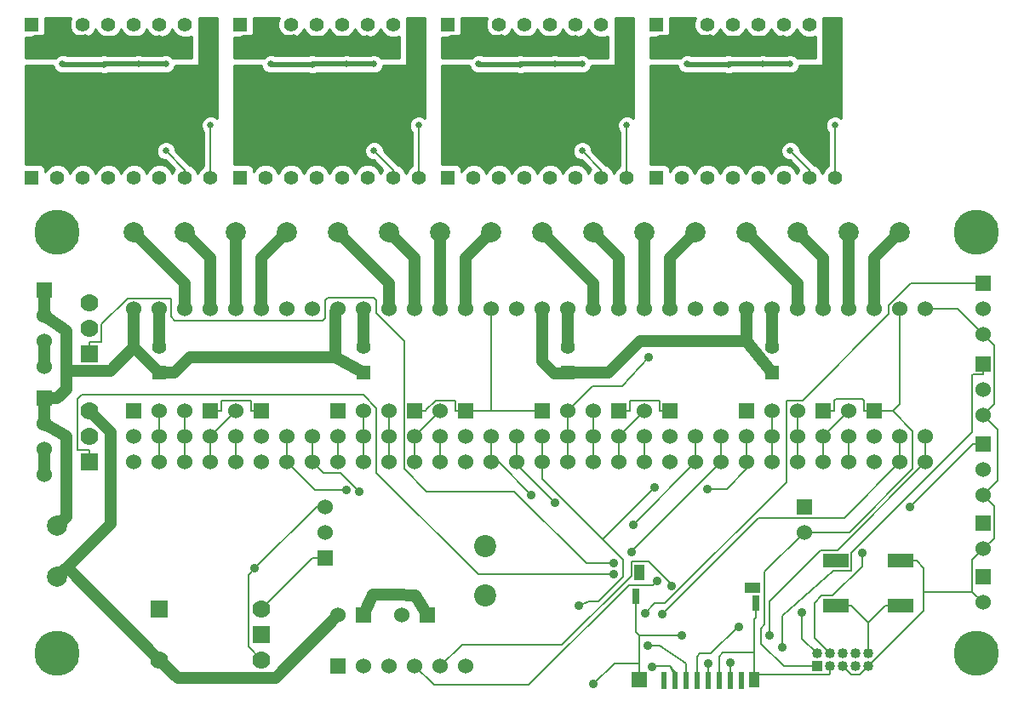
<source format=gbl>
G75*
G70*
%OFA0B0*%
%FSLAX25Y25*%
%IPPOS*%
%LPD*%
%AMOC8*
5,1,8,0,0,1.08239X$1,22.5*
%
%ADD10C,0.05500*%
%ADD11R,0.03940X0.06100*%
%ADD12R,0.06000X0.06000*%
%ADD13C,0.07000*%
%ADD14R,0.03150X0.05910*%
%ADD17C,0.17720*%
%ADD18C,0.04500*%
%ADD20R,0.04330X0.05910*%
%ADD21C,0.08660*%
%ADD22C,0.02500*%
%ADD23C,0.00600*%
%ADD24R,0.05500X0.05500*%
%ADD25C,0.06000*%
%ADD33C,0.01000*%
%ADD34C,0.07870*%
%ADD36R,0.02360X0.06890*%
%ADD40R,0.09840X0.05500*%
%ADD46C,0.03500*%
%ADD48R,0.07000X0.07000*%
%ADD62R,0.05910X0.03940*%
%ADD65R,0.04000X0.04000*%
%ADD71C,0.01900*%
%ADD73R,0.05910X0.05910*%
%ADD79R,0.05710X0.05910*%
%ADD80C,0.00800*%
%ADD88C,0.04000*%
X0010000Y0010000D02*
G01*
D23*
D13*
X0037500Y0152500D03*
X0037500Y0162500D03*
D48*
X0037500Y0142500D03*
D13*
X0037500Y0110000D03*
X0037500Y0120000D03*
D48*
X0037500Y0100000D03*
D12*
X0055000Y0120000D03*
D25*
X0065000Y0120000D03*
D12*
X0085000Y0120000D03*
D25*
X0075000Y0120000D03*
D12*
X0105000Y0120000D03*
D25*
X0095000Y0120000D03*
D12*
X0135000Y0120000D03*
D25*
X0145000Y0120000D03*
D12*
X0165000Y0120000D03*
D25*
X0155000Y0120000D03*
D12*
X0185000Y0120000D03*
D25*
X0175000Y0120000D03*
D12*
X0215000Y0120000D03*
D25*
X0225000Y0120000D03*
D12*
X0245000Y0120000D03*
D25*
X0235000Y0120000D03*
D12*
X0265000Y0120000D03*
D25*
X0255000Y0120000D03*
D12*
X0295000Y0120000D03*
D25*
X0305000Y0120000D03*
D12*
X0345000Y0120000D03*
D25*
X0335000Y0120000D03*
D12*
X0325000Y0120000D03*
D25*
X0315000Y0120000D03*
D12*
X0135000Y0020000D03*
D25*
X0145000Y0020000D03*
X0155000Y0020000D03*
X0165000Y0020000D03*
X0175000Y0020000D03*
X0185000Y0020000D03*
D13*
X0105000Y0042500D03*
D48*
X0105000Y0032500D03*
D13*
X0105000Y0022500D03*
D40*
X0355290Y0061360D03*
X0355290Y0043640D03*
X0329700Y0061360D03*
X0329700Y0043640D03*
D65*
X0322500Y0020000D03*
D88*
X0322500Y0025000D03*
X0327500Y0020000D03*
X0327500Y0025000D03*
X0332500Y0020000D03*
X0332500Y0025000D03*
X0337500Y0020000D03*
X0337500Y0025000D03*
X0342500Y0020000D03*
X0342500Y0025000D03*
D12*
X0317500Y0082500D03*
D25*
X0317500Y0072500D03*
D48*
X0065000Y0042500D03*
D13*
X0065000Y0022500D03*
D21*
X0192500Y0067150D03*
X0192500Y0047850D03*
D34*
X0095000Y0190000D03*
X0115000Y0190000D03*
X0075000Y0190000D03*
X0055000Y0190000D03*
X0175000Y0190000D03*
X0195000Y0190000D03*
X0155000Y0190000D03*
X0135000Y0190000D03*
X0335000Y0190000D03*
X0355000Y0190000D03*
X0315000Y0190000D03*
X0295000Y0190000D03*
X0255000Y0190000D03*
X0275000Y0190000D03*
X0235000Y0190000D03*
X0215000Y0190000D03*
X0025000Y0055000D03*
X0025000Y0075000D03*
D36*
X0292720Y0014450D03*
X0262410Y0014450D03*
X0266740Y0014450D03*
X0271070Y0014450D03*
X0275400Y0014450D03*
X0279730Y0014450D03*
X0284060Y0014450D03*
X0288390Y0014450D03*
D62*
X0297050Y0050670D03*
D11*
X0252960Y0056780D03*
D14*
X0298430Y0044770D03*
X0251380Y0047330D03*
D73*
X0252760Y0014650D03*
D20*
X0297830Y0014850D03*
D12*
X0130000Y0062500D03*
D25*
X0130000Y0072500D03*
X0130000Y0082500D03*
D12*
X0020000Y0167500D03*
D25*
X0020000Y0157500D03*
X0020000Y0147500D03*
X0020000Y0137500D03*
D12*
X0020000Y0125000D03*
D25*
X0020000Y0115000D03*
X0020000Y0105000D03*
X0020000Y0095000D03*
D12*
X0387500Y0107000D03*
D25*
X0387500Y0097000D03*
X0387500Y0087000D03*
D12*
X0387500Y0138500D03*
D25*
X0387500Y0128500D03*
X0387500Y0118500D03*
D12*
X0387500Y0170000D03*
D25*
X0387500Y0160000D03*
X0387500Y0150000D03*
D12*
X0387500Y0076000D03*
D25*
X0387500Y0066000D03*
D12*
X0387500Y0055000D03*
D25*
X0387500Y0045000D03*
D12*
X0145000Y0040000D03*
D25*
X0135000Y0040000D03*
D12*
X0170000Y0040000D03*
D25*
X0160000Y0040000D03*
D17*
X0385000Y0025000D03*
X0385000Y0190000D03*
X0025000Y0190000D03*
X0025000Y0025000D03*
D25*
X0365000Y0100000D03*
X0355000Y0100000D03*
X0345000Y0100000D03*
X0335000Y0100000D03*
X0325000Y0100000D03*
X0315000Y0100000D03*
X0305000Y0100000D03*
X0295000Y0100000D03*
X0295000Y0160000D03*
X0305000Y0160000D03*
X0315000Y0160000D03*
X0325000Y0160000D03*
X0335000Y0160000D03*
X0345000Y0160000D03*
X0355000Y0160000D03*
X0365000Y0160000D03*
X0295000Y0110000D03*
X0305000Y0110000D03*
X0315000Y0110000D03*
X0325000Y0110000D03*
X0335000Y0110000D03*
X0345000Y0110000D03*
X0355000Y0110000D03*
X0365000Y0110000D03*
X0285000Y0100000D03*
X0275000Y0100000D03*
X0265000Y0100000D03*
X0255000Y0100000D03*
X0245000Y0100000D03*
X0235000Y0100000D03*
X0225000Y0100000D03*
X0215000Y0100000D03*
X0215000Y0160000D03*
X0225000Y0160000D03*
X0235000Y0160000D03*
X0245000Y0160000D03*
X0255000Y0160000D03*
X0265000Y0160000D03*
X0275000Y0160000D03*
X0285000Y0160000D03*
X0215000Y0110000D03*
X0225000Y0110000D03*
X0235000Y0110000D03*
X0245000Y0110000D03*
X0255000Y0110000D03*
X0265000Y0110000D03*
X0275000Y0110000D03*
X0285000Y0110000D03*
X0205000Y0100000D03*
X0195000Y0100000D03*
X0185000Y0100000D03*
X0175000Y0100000D03*
X0165000Y0100000D03*
X0155000Y0100000D03*
X0145000Y0100000D03*
X0135000Y0100000D03*
X0135000Y0160000D03*
X0145000Y0160000D03*
X0155000Y0160000D03*
X0165000Y0160000D03*
X0175000Y0160000D03*
X0185000Y0160000D03*
X0195000Y0160000D03*
X0205000Y0160000D03*
X0135000Y0110000D03*
X0145000Y0110000D03*
X0155000Y0110000D03*
X0165000Y0110000D03*
X0175000Y0110000D03*
X0185000Y0110000D03*
X0195000Y0110000D03*
X0205000Y0110000D03*
X0125000Y0100000D03*
X0115000Y0100000D03*
X0105000Y0100000D03*
X0095000Y0100000D03*
X0085000Y0100000D03*
X0075000Y0100000D03*
X0065000Y0100000D03*
X0055000Y0100000D03*
X0055000Y0160000D03*
X0065000Y0160000D03*
X0075000Y0160000D03*
X0085000Y0160000D03*
X0095000Y0160000D03*
X0105000Y0160000D03*
X0115000Y0160000D03*
X0125000Y0160000D03*
X0055000Y0110000D03*
X0065000Y0110000D03*
X0075000Y0110000D03*
X0085000Y0110000D03*
X0095000Y0110000D03*
X0105000Y0110000D03*
X0115000Y0110000D03*
X0125000Y0110000D03*
D24*
X0065000Y0135000D03*
D10*
X0065000Y0145000D03*
D24*
X0145000Y0135000D03*
D10*
X0145000Y0145000D03*
D24*
X0225000Y0135000D03*
D10*
X0225000Y0145000D03*
D24*
X0305000Y0135000D03*
D10*
X0305000Y0145000D03*
D46*
X0102190Y0058290D03*
X0340020Y0064330D03*
X0316630Y0041080D03*
X0303800Y0032200D03*
X0143130Y0088340D03*
X0219760Y0084210D03*
X0249980Y0064610D03*
X0242950Y0056080D03*
X0242830Y0060470D03*
X0235000Y0013100D03*
X0269440Y0032020D03*
X0256500Y0141000D03*
X0257800Y0019900D03*
X0259950Y0053550D03*
X0265530Y0051510D03*
X0288400Y0021400D03*
X0256080Y0028010D03*
X0279700Y0021100D03*
X0261860Y0040360D03*
X0259000Y0090200D03*
X0279600Y0089500D03*
X0229300Y0043800D03*
X0138140Y0089010D03*
X0210600Y0087190D03*
X0250350Y0075350D03*
X0291900Y0035500D03*
X0255330Y0040600D03*
X0309000Y0027300D03*
X0358940Y0082460D03*
D18*
X0055000Y0145000D02*
X0055000Y0160000D01*
X0305000Y0135000D02*
X0295000Y0147500D01*
X0145000Y0135000D02*
X0133960Y0141040D01*
X0028500Y0135910D02*
X0028500Y0128500D01*
X0025000Y0125000D02*
X0020000Y0125000D01*
X0028500Y0128500D02*
X0025000Y0125000D01*
X0076870Y0141040D02*
X0070830Y0135000D01*
X0028500Y0110000D02*
X0028500Y0078500D01*
X0215000Y0160000D02*
X0215000Y0155000D01*
X0215000Y0139400D02*
X0219500Y0134900D01*
X0045910Y0135910D02*
X0055000Y0145000D01*
X0028500Y0135910D02*
X0045910Y0135910D01*
X0028500Y0136500D02*
X0028500Y0135910D01*
X0215000Y0155000D02*
X0215000Y0139400D01*
X0065000Y0135000D02*
X0070830Y0135000D01*
X0020000Y0115000D02*
X0020000Y0125000D01*
X0157160Y0047980D02*
X0148600Y0048000D01*
X0020000Y0115000D02*
X0028500Y0110000D01*
X0028500Y0151420D02*
X0020000Y0157500D01*
X0028500Y0135910D02*
X0028500Y0151420D01*
X0028500Y0078500D02*
X0025000Y0075000D01*
X0165200Y0047900D02*
X0157160Y0047980D01*
X0020000Y0167500D02*
X0020000Y0157500D01*
X0225000Y0135000D02*
X0240830Y0135000D01*
X0295000Y0147500D02*
X0253330Y0147500D01*
X0253330Y0147500D02*
X0240830Y0135000D01*
X0295000Y0147500D02*
X0295000Y0160000D01*
X0133960Y0158960D02*
X0135000Y0160000D01*
X0133960Y0141040D02*
X0133960Y0158960D01*
X0133960Y0141040D02*
X0076870Y0141040D01*
X0170000Y0040000D02*
X0165200Y0047900D01*
X0145000Y0040000D02*
X0148600Y0048000D01*
X0219500Y0134900D02*
X0225000Y0135000D01*
X0020000Y0125000D02*
X0020000Y0125000D01*
X0065000Y0135000D02*
X0055000Y0145000D01*
D80*
X0125000Y0062500D02*
X0105000Y0042500D01*
X0130000Y0062500D02*
X0125000Y0062500D01*
X0130000Y0082500D02*
X0126400Y0082500D01*
X0126400Y0082500D02*
X0102190Y0058290D01*
X0099740Y0027760D02*
X0105000Y0022500D01*
X0102190Y0058290D02*
X0099740Y0055840D01*
X0099740Y0055840D02*
X0099740Y0027760D01*
D18*
X0335000Y0160000D02*
X0335000Y0190000D01*
X0345000Y0180000D02*
X0355000Y0190000D01*
X0345000Y0160000D02*
X0345000Y0180000D01*
X0325000Y0180000D02*
X0315000Y0190000D01*
X0325000Y0160000D02*
X0325000Y0180000D01*
X0315000Y0170000D02*
X0295000Y0190000D01*
X0315000Y0160000D02*
X0315000Y0170000D01*
X0095000Y0160000D02*
X0095000Y0190000D01*
X0105000Y0160000D02*
X0105000Y0180000D01*
X0105000Y0180000D02*
X0115000Y0190000D01*
X0085000Y0180000D02*
X0075000Y0190000D01*
X0085000Y0160000D02*
X0085000Y0180000D01*
X0075000Y0170000D02*
X0055000Y0190000D01*
X0075000Y0160000D02*
X0075000Y0170000D01*
X0175000Y0160000D02*
X0175000Y0190000D01*
X0185000Y0180000D02*
X0195000Y0190000D01*
X0185000Y0160000D02*
X0185000Y0180000D01*
X0165000Y0180000D02*
X0155000Y0190000D01*
X0165000Y0160000D02*
X0165000Y0180000D01*
X0155000Y0170000D02*
X0135000Y0190000D01*
X0155000Y0160000D02*
X0155000Y0170000D01*
X0255000Y0160000D02*
X0255000Y0190000D01*
X0265000Y0160000D02*
X0265000Y0180000D01*
X0265000Y0180000D02*
X0275000Y0190000D01*
X0245000Y0160000D02*
X0245000Y0180000D01*
X0245000Y0180000D02*
X0235000Y0190000D01*
X0235000Y0160000D02*
X0235000Y0170000D01*
X0235000Y0170000D02*
X0215000Y0190000D01*
D80*
X0327500Y0025000D02*
X0321450Y0031050D01*
X0321450Y0031050D02*
X0321450Y0044800D01*
X0324280Y0047630D02*
X0328610Y0047630D01*
X0328610Y0047630D02*
X0340020Y0059040D01*
X0340020Y0059040D02*
X0340020Y0064330D01*
X0321450Y0044800D02*
X0324280Y0047630D01*
X0316630Y0030870D02*
X0316630Y0041080D01*
X0322500Y0025000D02*
X0316630Y0030870D01*
X0342500Y0037000D02*
X0349140Y0043640D01*
X0342500Y0025000D02*
X0342500Y0037000D01*
X0342500Y0037000D02*
X0342490Y0037000D01*
X0329700Y0043640D02*
X0335850Y0043640D01*
X0355290Y0043640D02*
X0349140Y0043640D01*
X0342490Y0037000D02*
X0335850Y0043640D01*
X0365000Y0110000D02*
X0365000Y0100000D01*
X0303730Y0045370D02*
X0303800Y0032200D01*
X0365000Y0100000D02*
X0330400Y0065400D01*
X0330400Y0065400D02*
X0323760Y0065400D01*
X0323760Y0065400D02*
X0303730Y0045370D01*
X0125000Y0100000D02*
X0129240Y0095760D01*
X0129240Y0095760D02*
X0135710Y0095760D01*
X0125000Y0110000D02*
X0125000Y0100000D01*
X0135710Y0095760D02*
X0143130Y0088340D01*
X0205000Y0110000D02*
X0205000Y0100000D01*
X0205000Y0098970D02*
X0219760Y0084210D01*
X0205000Y0100000D02*
X0205000Y0098970D01*
X0285000Y0110000D02*
X0285000Y0100000D01*
X0249980Y0064980D02*
X0249980Y0064610D01*
X0285000Y0100000D02*
X0249980Y0064980D01*
X0242950Y0056080D02*
X0189680Y0056080D01*
X0189680Y0056080D02*
X0150000Y0095760D01*
X0032770Y0104950D02*
X0032990Y0104730D01*
X0032990Y0104730D02*
X0037500Y0104730D01*
X0037500Y0100000D02*
X0037500Y0104730D01*
X0034610Y0126480D02*
X0032770Y0124640D01*
X0144710Y0126480D02*
X0034610Y0126480D01*
X0150000Y0095760D02*
X0150000Y0121190D01*
X0150000Y0121190D02*
X0144710Y0126480D01*
X0032770Y0124640D02*
X0032770Y0104950D01*
X0128950Y0155560D02*
X0070980Y0155560D01*
X0042230Y0147450D02*
X0042010Y0147230D01*
X0042230Y0154050D02*
X0042230Y0147450D01*
X0169470Y0088550D02*
X0160760Y0097260D01*
X0242830Y0060470D02*
X0232040Y0060470D01*
X0149760Y0163420D02*
X0148890Y0164290D01*
X0052420Y0164240D02*
X0042230Y0154050D01*
X0069220Y0164240D02*
X0052420Y0164240D01*
X0160760Y0147420D02*
X0149760Y0158420D01*
X0130690Y0164290D02*
X0129870Y0163470D01*
X0069440Y0157100D02*
X0069440Y0164020D01*
X0148890Y0164290D02*
X0130690Y0164290D01*
X0129870Y0156480D02*
X0128950Y0155560D01*
X0232040Y0060470D02*
X0203960Y0088550D01*
X0160760Y0097260D02*
X0160760Y0147420D01*
X0069440Y0164020D02*
X0069220Y0164240D01*
X0203960Y0088550D02*
X0169470Y0088550D01*
X0042010Y0147230D02*
X0037500Y0147230D01*
X0037500Y0142500D02*
X0037500Y0147230D01*
X0070980Y0155560D02*
X0069440Y0157100D01*
X0129870Y0163470D02*
X0129870Y0156480D01*
X0149760Y0158420D02*
X0149760Y0163420D01*
X0391740Y0145760D02*
X0391740Y0122740D01*
X0339260Y0016760D02*
X0342500Y0020000D01*
X0298430Y0043270D02*
X0298430Y0039090D01*
X0297830Y0025300D02*
X0297830Y0032930D01*
X0335740Y0016760D02*
X0339260Y0016760D01*
X0299860Y0016760D02*
X0297830Y0014850D01*
X0383260Y0049240D02*
X0387500Y0045000D01*
X0355290Y0061360D02*
X0361440Y0061360D01*
X0387500Y0118500D02*
X0393260Y0112740D01*
X0297830Y0038490D02*
X0298430Y0039090D01*
X0393260Y0092760D02*
X0387500Y0087000D01*
X0251380Y0033400D02*
X0252760Y0032020D01*
X0365000Y0160000D02*
X0377500Y0160000D01*
X0342500Y0020000D02*
X0364260Y0041760D01*
X0393260Y0112740D02*
X0393260Y0092760D01*
X0391740Y0082760D02*
X0391740Y0070240D01*
X0252760Y0032020D02*
X0269440Y0032020D01*
X0364260Y0049240D02*
X0383260Y0049240D01*
X0391740Y0122740D02*
X0387500Y0118500D01*
X0364260Y0041760D02*
X0364260Y0049240D01*
X0364260Y0058540D02*
X0361440Y0061360D01*
X0383260Y0061760D02*
X0383260Y0049240D01*
X0298430Y0044770D02*
X0298430Y0039090D01*
X0387500Y0066000D02*
X0383260Y0061760D01*
X0252760Y0013150D02*
X0252760Y0014650D01*
X0252760Y0021200D02*
X0243100Y0021200D01*
X0285600Y0025300D02*
X0297830Y0025300D01*
X0387500Y0150000D02*
X0391740Y0145760D01*
X0332500Y0020000D02*
X0335740Y0016760D01*
X0251380Y0047330D02*
X0251380Y0041650D01*
X0251380Y0041650D02*
X0251380Y0033400D01*
X0297830Y0014850D02*
X0297830Y0025300D01*
X0391740Y0070240D02*
X0387500Y0066000D01*
X0297830Y0032930D02*
X0297830Y0038490D01*
X0297830Y0014850D02*
X0297830Y0016760D01*
X0284060Y0014450D02*
X0284060Y0023760D01*
X0284060Y0023760D02*
X0285600Y0025300D01*
X0327280Y0016760D02*
X0327500Y0016980D01*
X0252760Y0021200D02*
X0252760Y0014650D01*
X0297830Y0014850D02*
X0297950Y0014850D01*
X0252760Y0032020D02*
X0252760Y0021200D01*
X0243100Y0021200D02*
X0235000Y0013100D01*
X0364260Y0049240D02*
X0364260Y0058540D01*
X0327500Y0016980D02*
X0327500Y0020000D01*
X0284060Y0014450D02*
X0284060Y0017630D01*
X0297830Y0016760D02*
X0327280Y0016760D01*
X0387500Y0087000D02*
X0391740Y0082760D01*
X0377500Y0160000D02*
X0387500Y0150000D01*
X0297950Y0014850D02*
X0299860Y0016760D01*
D18*
X0045820Y0111680D02*
X0045820Y0075820D01*
X0065000Y0145000D02*
X0065000Y0160000D01*
X0225000Y0145000D02*
X0225000Y0155000D01*
X0028750Y0058750D02*
X0065000Y0022500D01*
X0110390Y0015390D02*
X0135000Y0040000D01*
X0072110Y0015390D02*
X0110390Y0015390D01*
X0225000Y0155000D02*
X0225000Y0160000D01*
X0305000Y0160000D02*
X0305000Y0160000D01*
X0305000Y0145000D02*
X0305000Y0160000D01*
X0037500Y0120000D02*
X0045820Y0111680D01*
X0145000Y0160000D02*
X0145000Y0160000D01*
X0065000Y0022500D02*
X0072110Y0015390D01*
X0028750Y0058750D02*
X0025000Y0055000D01*
X0145000Y0160000D02*
X0145000Y0145000D01*
X0045820Y0075820D02*
X0028750Y0058750D01*
D80*
X0075000Y0100000D02*
X0075000Y0110000D01*
X0075000Y0110000D02*
X0075000Y0120000D01*
X0065000Y0100000D02*
X0065000Y0110000D01*
X0065000Y0110000D02*
X0065000Y0120000D01*
X0085000Y0110000D02*
X0085000Y0100000D01*
X0085000Y0110000D02*
X0095000Y0120000D01*
X0095000Y0110000D02*
X0095000Y0100000D01*
X0145000Y0110000D02*
X0145000Y0120000D01*
X0145000Y0100000D02*
X0145000Y0110000D01*
X0155000Y0110000D02*
X0155000Y0120000D01*
X0155000Y0100000D02*
X0155000Y0110000D01*
X0175000Y0110000D02*
X0175000Y0100000D01*
X0165000Y0110000D02*
X0165000Y0100000D01*
X0175000Y0120000D02*
X0165000Y0110000D01*
X0315000Y0120000D02*
X0315000Y0110000D01*
X0315000Y0110000D02*
X0315000Y0100000D01*
X0234620Y0129620D02*
X0246150Y0129620D01*
X0225000Y0120000D02*
X0234620Y0129620D01*
X0225000Y0120000D02*
X0225000Y0110000D01*
X0225000Y0110000D02*
X0225000Y0100000D01*
X0246150Y0129620D02*
X0256500Y0141000D01*
X0245000Y0100000D02*
X0245000Y0110000D01*
X0245000Y0110000D02*
X0255000Y0120000D01*
X0255000Y0110000D02*
X0255000Y0100000D01*
X0235000Y0110000D02*
X0235000Y0100000D01*
X0235000Y0120000D02*
X0235000Y0110000D01*
X0335000Y0110000D02*
X0335000Y0100000D01*
X0325000Y0110000D02*
X0335000Y0120000D01*
X0325000Y0110000D02*
X0325000Y0100000D01*
X0305000Y0100000D02*
X0305000Y0110000D01*
X0305000Y0110000D02*
X0305000Y0120000D01*
D18*
X0020000Y0137500D02*
X0020000Y0147500D01*
X0020000Y0095000D02*
X0020000Y0105000D01*
D80*
X0264870Y0019930D02*
X0257790Y0019930D01*
X0266740Y0017630D02*
X0264870Y0019930D01*
X0266740Y0016360D02*
X0264870Y0019930D01*
X0266740Y0014450D02*
X0266740Y0016360D01*
X0257790Y0019930D02*
X0257800Y0019900D01*
X0165000Y0020000D02*
X0172400Y0012600D01*
X0209490Y0012600D02*
X0248690Y0051800D01*
X0248690Y0051800D02*
X0258200Y0051800D01*
X0258200Y0051800D02*
X0259950Y0053550D01*
X0172400Y0012600D02*
X0209490Y0012600D01*
X0175000Y0020000D02*
X0183430Y0028430D01*
X0183430Y0028430D02*
X0222540Y0028430D01*
X0265530Y0052190D02*
X0265530Y0051510D01*
X0256520Y0061200D02*
X0265530Y0052190D01*
X0249990Y0061200D02*
X0256520Y0061200D01*
X0249690Y0060900D02*
X0249990Y0061200D01*
X0249690Y0055580D02*
X0249690Y0060900D01*
X0222540Y0028430D02*
X0249690Y0055580D01*
X0288390Y0017630D02*
X0288390Y0014450D01*
X0288390Y0014450D02*
X0288390Y0017630D01*
X0288390Y0014450D02*
X0288400Y0021400D01*
X0259120Y0028010D02*
X0256080Y0028010D01*
X0271100Y0018400D02*
X0271100Y0021000D01*
X0271070Y0016330D02*
X0271100Y0018400D01*
X0271100Y0021000D02*
X0260990Y0028010D01*
X0271070Y0014450D02*
X0271070Y0016330D01*
X0260990Y0028010D02*
X0259120Y0028010D01*
X0279730Y0014450D02*
X0279730Y0014450D01*
X0279730Y0014450D02*
X0279700Y0021100D01*
X0279730Y0012950D02*
X0279730Y0014450D01*
X0299590Y0078090D02*
X0261860Y0040360D01*
X0355000Y0100000D02*
X0333090Y0078090D01*
X0355000Y0110000D02*
X0355000Y0100000D01*
X0333090Y0078090D02*
X0299590Y0078090D01*
X0236880Y0045580D02*
X0246500Y0055200D01*
X0295000Y0110000D02*
X0295000Y0100000D01*
X0295000Y0097300D02*
X0287200Y0089500D01*
X0233100Y0045600D02*
X0233060Y0045580D01*
X0259000Y0090200D02*
X0238600Y0069800D01*
X0238600Y0069800D02*
X0238600Y0069700D01*
X0135000Y0110000D02*
X0135000Y0100000D01*
X0215000Y0110000D02*
X0215000Y0100000D01*
X0295000Y0100000D02*
X0295000Y0097300D01*
X0227100Y0081200D02*
X0227100Y0081220D01*
X0233060Y0045580D02*
X0229300Y0043800D01*
X0233060Y0045580D02*
X0236880Y0045580D01*
X0215000Y0093320D02*
X0215000Y0100000D01*
X0287200Y0089500D02*
X0279600Y0089500D01*
X0227100Y0081220D02*
X0215000Y0093320D01*
X0246500Y0061800D02*
X0238600Y0069700D01*
X0246500Y0055200D02*
X0246500Y0061800D01*
X0238600Y0069700D02*
X0227100Y0081200D01*
X0115000Y0100000D02*
X0125990Y0089010D01*
X0115000Y0110000D02*
X0115000Y0100000D01*
X0125990Y0089010D02*
X0138140Y0089010D01*
X0195000Y0110000D02*
X0195000Y0100000D01*
X0195000Y0100000D02*
X0197790Y0100000D01*
X0197790Y0100000D02*
X0210600Y0087190D01*
X0275000Y0110000D02*
X0275000Y0100000D01*
X0275000Y0100000D02*
X0250350Y0075350D01*
X0317500Y0072500D02*
X0301960Y0056960D01*
X0100770Y0124010D02*
X0100550Y0124230D01*
X0195000Y0120000D02*
X0185000Y0120000D01*
X0300490Y0034800D02*
X0300490Y0028870D01*
X0301960Y0036270D02*
X0300490Y0034800D01*
X0301960Y0056960D02*
X0301960Y0036270D01*
X0309360Y0020000D02*
X0322500Y0020000D01*
X0300490Y0028870D02*
X0309360Y0020000D01*
X0245000Y0120000D02*
X0249230Y0120000D01*
X0345000Y0120000D02*
X0340770Y0120000D01*
X0165000Y0120000D02*
X0169230Y0120000D01*
X0260550Y0124230D02*
X0260770Y0124010D01*
X0100770Y0120000D02*
X0100770Y0124010D01*
X0325000Y0120000D02*
X0329230Y0120000D01*
X0085000Y0120000D02*
X0089230Y0120000D01*
X0345000Y0120000D02*
X0352120Y0120000D01*
X0275400Y0014450D02*
X0275400Y0017630D01*
X0265000Y0120000D02*
X0260770Y0120000D01*
X0105000Y0120000D02*
X0100770Y0120000D01*
X0249230Y0124010D02*
X0249450Y0124230D01*
X0276450Y0024950D02*
X0276600Y0025100D01*
X0249450Y0124230D02*
X0260550Y0124230D01*
X0169230Y0120000D02*
X0169230Y0120290D01*
X0291500Y0035500D02*
X0291900Y0035500D01*
X0185000Y0120000D02*
X0180770Y0120000D01*
X0275400Y0014450D02*
X0275400Y0023900D01*
X0210770Y0120000D02*
X0195000Y0120000D01*
X0249230Y0120000D02*
X0249230Y0124010D01*
X0195000Y0160000D02*
X0195000Y0120000D01*
X0089230Y0124010D02*
X0089230Y0120000D01*
X0260770Y0124010D02*
X0260770Y0120000D01*
X0276450Y0024950D02*
X0280950Y0024950D01*
X0329950Y0124730D02*
X0340050Y0124730D01*
X0329230Y0120000D02*
X0329230Y0124010D01*
X0215000Y0120000D02*
X0210770Y0120000D01*
X0340770Y0124010D02*
X0340770Y0120000D01*
X0180550Y0124230D02*
X0180770Y0124010D01*
X0280950Y0024950D02*
X0291500Y0035500D01*
X0275400Y0023900D02*
X0276450Y0024950D01*
X0335170Y0072500D02*
X0317500Y0072500D01*
X0355000Y0122880D02*
X0352120Y0120000D01*
X0100550Y0124230D02*
X0089450Y0124230D01*
X0355000Y0160000D02*
X0355000Y0122880D01*
X0089450Y0124230D02*
X0089230Y0124010D01*
X0180770Y0124010D02*
X0180770Y0120000D01*
X0360000Y0097330D02*
X0335170Y0072500D01*
X0340050Y0124730D02*
X0340770Y0124010D01*
X0329230Y0124010D02*
X0329950Y0124730D01*
X0352120Y0120000D02*
X0360000Y0112120D01*
X0169230Y0120290D02*
X0173170Y0124230D01*
X0173170Y0124230D02*
X0180550Y0124230D01*
X0360000Y0112120D02*
X0360000Y0097330D01*
X0310660Y0092000D02*
X0262760Y0044590D01*
X0310660Y0124010D02*
X0310660Y0092000D01*
X0310880Y0124230D02*
X0310660Y0124010D01*
X0350590Y0157920D02*
X0316900Y0124230D01*
X0359010Y0170000D02*
X0350590Y0161580D01*
X0316900Y0124230D02*
X0310880Y0124230D01*
X0350590Y0161580D02*
X0350590Y0157920D01*
X0387500Y0170000D02*
X0359010Y0170000D01*
X0261280Y0044590D02*
X0258720Y0044590D01*
X0258720Y0044590D02*
X0255330Y0040600D01*
X0261390Y0044590D02*
X0261280Y0044590D01*
X0262760Y0044590D02*
X0261390Y0044590D01*
X0335910Y0064430D02*
X0335910Y0057600D01*
X0308950Y0037210D02*
X0309000Y0027300D01*
X0335690Y0057380D02*
X0328720Y0057380D01*
X0387500Y0134270D02*
X0383490Y0134270D01*
X0383490Y0134270D02*
X0383270Y0134050D01*
X0383270Y0134050D02*
X0383270Y0111790D01*
X0383270Y0111790D02*
X0335910Y0064430D01*
X0335910Y0057600D02*
X0335690Y0057380D01*
X0387500Y0138500D02*
X0387500Y0134270D01*
X0308950Y0039710D02*
X0308950Y0037210D01*
X0328720Y0057380D02*
X0308950Y0039710D01*
X0383270Y0107000D02*
X0383270Y0106790D01*
X0383270Y0106790D02*
X0358940Y0082460D01*
X0383270Y0107000D02*
X0387500Y0107000D01*
X0010000Y0206500D02*
G01*
D23*
D24*
X0015000Y0271500D03*
D10*
X0025000Y0271500D03*
X0035000Y0271500D03*
X0045000Y0271500D03*
X0055000Y0271500D03*
X0065000Y0271500D03*
X0075000Y0271500D03*
X0085000Y0271500D03*
D24*
X0015000Y0211500D03*
D10*
X0025000Y0211500D03*
X0035000Y0211500D03*
X0045000Y0211500D03*
X0055000Y0211500D03*
X0065000Y0211500D03*
X0075000Y0211500D03*
X0085000Y0211500D03*
D79*
X0055710Y0236040D03*
X0050000Y0236040D03*
X0044290Y0236040D03*
X0044290Y0241950D03*
X0050000Y0241950D03*
X0055710Y0241950D03*
D22*
X0085000Y0232000D03*
X0067500Y0222000D03*
X0027000Y0256000D03*
X0056700Y0256000D03*
X0043300Y0255900D03*
X0067400Y0256000D03*
X0031000Y0250000D03*
X0041700Y0219100D03*
X0067600Y0250000D03*
X0078600Y0227100D03*
X0014000Y0264000D03*
X0064700Y0266200D03*
X0035900Y0266300D03*
D23*
X0085000Y0232000D02*
X0085000Y0211500D01*
X0075000Y0214500D02*
X0075000Y0211500D01*
X0067500Y0222000D02*
X0075000Y0214500D01*
D71*
X0056700Y0256000D02*
X0043400Y0256000D01*
X0043300Y0255900D02*
X0027100Y0255900D01*
X0056700Y0256000D02*
X0067400Y0256000D01*
X0043400Y0256000D02*
X0043300Y0255900D01*
X0027100Y0255900D02*
X0027000Y0256000D01*
X0035900Y0266300D02*
X0016300Y0266300D01*
X0035900Y0266300D02*
X0036000Y0266200D01*
X0036000Y0266200D02*
X0064700Y0266200D01*
X0016300Y0266300D02*
X0014000Y0264000D01*
D23*
G36*
X0087450Y0234850D02*
X0087130Y0235170D01*
X0085750Y0235750D01*
X0084260Y0235750D01*
X0082880Y0235180D01*
X0081830Y0234130D01*
X0081250Y0232750D01*
X0081250Y0231260D01*
X0081820Y0229880D01*
X0082200Y0229500D01*
X0082200Y0216030D01*
X0082030Y0215950D01*
X0080550Y0214480D01*
X0079990Y0213150D01*
X0079450Y0214470D01*
X0077980Y0215950D01*
X0077080Y0216330D01*
X0076980Y0216480D01*
X0071250Y0222210D01*
X0071250Y0222740D01*
X0070680Y0224120D01*
X0069630Y0225170D01*
X0068250Y0225750D01*
X0066760Y0225750D01*
X0065380Y0225180D01*
X0064330Y0224130D01*
X0063750Y0222750D01*
X0063750Y0221260D01*
X0064320Y0219880D01*
X0065370Y0218830D01*
X0066750Y0218250D01*
X0067290Y0218250D01*
X0070800Y0214740D01*
X0070550Y0214480D01*
X0069990Y0213150D01*
X0069450Y0214470D01*
X0067980Y0215950D01*
X0066050Y0216750D01*
X0063960Y0216750D01*
X0062030Y0215950D01*
X0060550Y0214480D01*
X0059990Y0213150D01*
X0059450Y0214470D01*
X0057980Y0215950D01*
X0056050Y0216750D01*
X0053960Y0216750D01*
X0052030Y0215950D01*
X0050550Y0214480D01*
X0049990Y0213150D01*
X0049450Y0214470D01*
X0047980Y0215950D01*
X0046050Y0216750D01*
X0043960Y0216750D01*
X0042030Y0215950D01*
X0040550Y0214480D01*
X0039990Y0213150D01*
X0039450Y0214470D01*
X0037980Y0215950D01*
X0036050Y0216750D01*
X0033960Y0216750D01*
X0032030Y0215950D01*
X0030550Y0214480D01*
X0029990Y0213150D01*
X0029450Y0214470D01*
X0027980Y0215950D01*
X0026050Y0216750D01*
X0023960Y0216750D01*
X0022030Y0215950D01*
X0020550Y0214480D01*
X0020240Y0213740D01*
X0020240Y0214740D01*
X0019860Y0215660D01*
X0019160Y0216360D01*
X0018250Y0216740D01*
X0017260Y0216740D01*
X0012550Y0216740D01*
X0012550Y0255500D01*
X0023250Y0255500D01*
X0023250Y0255260D01*
X0023820Y0253880D01*
X0024870Y0252830D01*
X0026250Y0252250D01*
X0027740Y0252250D01*
X0028220Y0252450D01*
X0041830Y0252450D01*
X0042550Y0252150D01*
X0044040Y0252150D01*
X0045000Y0252550D01*
X0055230Y0252550D01*
X0055950Y0252250D01*
X0057440Y0252250D01*
X0058160Y0252550D01*
X0065930Y0252550D01*
X0066650Y0252250D01*
X0068140Y0252250D01*
X0069520Y0252820D01*
X0070570Y0253870D01*
X0071150Y0255250D01*
X0071150Y0255500D01*
X0080500Y0255500D01*
X0080500Y0273950D01*
X0087450Y0273950D01*
X0087450Y0234850D01*
X0087450Y0234850D01*
G37*
D33*
X0087450Y0234850D02*
X0087130Y0235170D01*
X0085750Y0235750D01*
X0084260Y0235750D01*
X0082880Y0235180D01*
X0081830Y0234130D01*
X0081250Y0232750D01*
X0081250Y0231260D01*
X0081820Y0229880D01*
X0082200Y0229500D01*
X0082200Y0216030D01*
X0082030Y0215950D01*
X0080550Y0214480D01*
X0079990Y0213150D01*
X0079450Y0214470D01*
X0077980Y0215950D01*
X0077080Y0216330D01*
X0076980Y0216480D01*
X0071250Y0222210D01*
X0071250Y0222740D01*
X0070680Y0224120D01*
X0069630Y0225170D01*
X0068250Y0225750D01*
X0066760Y0225750D01*
X0065380Y0225180D01*
X0064330Y0224130D01*
X0063750Y0222750D01*
X0063750Y0221260D01*
X0064320Y0219880D01*
X0065370Y0218830D01*
X0066750Y0218250D01*
X0067290Y0218250D01*
X0070800Y0214740D01*
X0070550Y0214480D01*
X0069990Y0213150D01*
X0069450Y0214470D01*
X0067980Y0215950D01*
X0066050Y0216750D01*
X0063960Y0216750D01*
X0062030Y0215950D01*
X0060550Y0214480D01*
X0059990Y0213150D01*
X0059450Y0214470D01*
X0057980Y0215950D01*
X0056050Y0216750D01*
X0053960Y0216750D01*
X0052030Y0215950D01*
X0050550Y0214480D01*
X0049990Y0213150D01*
X0049450Y0214470D01*
X0047980Y0215950D01*
X0046050Y0216750D01*
X0043960Y0216750D01*
X0042030Y0215950D01*
X0040550Y0214480D01*
X0039990Y0213150D01*
X0039450Y0214470D01*
X0037980Y0215950D01*
X0036050Y0216750D01*
X0033960Y0216750D01*
X0032030Y0215950D01*
X0030550Y0214480D01*
X0029990Y0213150D01*
X0029450Y0214470D01*
X0027980Y0215950D01*
X0026050Y0216750D01*
X0023960Y0216750D01*
X0022030Y0215950D01*
X0020550Y0214480D01*
X0020240Y0213740D01*
X0020240Y0214740D01*
X0019860Y0215660D01*
X0019160Y0216360D01*
X0018250Y0216740D01*
X0017260Y0216740D01*
X0012550Y0216740D01*
X0012550Y0255500D01*
X0023250Y0255500D01*
X0023250Y0255260D01*
X0023820Y0253880D01*
X0024870Y0252830D01*
X0026250Y0252250D01*
X0027740Y0252250D01*
X0028220Y0252450D01*
X0041830Y0252450D01*
X0042550Y0252150D01*
X0044040Y0252150D01*
X0045000Y0252550D01*
X0055230Y0252550D01*
X0055950Y0252250D01*
X0057440Y0252250D01*
X0058160Y0252550D01*
X0065930Y0252550D01*
X0066650Y0252250D01*
X0068140Y0252250D01*
X0069520Y0252820D01*
X0070570Y0253870D01*
X0071150Y0255250D01*
X0071150Y0255500D01*
X0080500Y0255500D01*
X0080500Y0273950D01*
X0087450Y0273950D01*
X0087450Y0234850D01*
D23*
G36*
X0077500Y0258500D02*
X0070200Y0258500D01*
X0069530Y0259170D01*
X0068150Y0259750D01*
X0066660Y0259750D01*
X0065930Y0259450D01*
X0058160Y0259450D01*
X0057450Y0259750D01*
X0055960Y0259750D01*
X0055230Y0259450D01*
X0044520Y0259450D01*
X0044050Y0259650D01*
X0042560Y0259650D01*
X0041830Y0259350D01*
X0028700Y0259350D01*
X0027750Y0259750D01*
X0026260Y0259750D01*
X0024880Y0259180D01*
X0024200Y0258500D01*
X0012550Y0258500D01*
X0012550Y0266260D01*
X0012740Y0266260D01*
X0018240Y0266260D01*
X0019160Y0266640D01*
X0019860Y0267340D01*
X0020240Y0268250D01*
X0020240Y0269240D01*
X0020240Y0273950D01*
X0030330Y0273950D01*
X0029750Y0272550D01*
X0029750Y0270460D01*
X0030550Y0268530D01*
X0032020Y0267050D01*
X0033950Y0266250D01*
X0036040Y0266250D01*
X0037970Y0267050D01*
X0039450Y0268520D01*
X0040000Y0269860D01*
X0040550Y0268530D01*
X0042020Y0267050D01*
X0043950Y0266250D01*
X0046040Y0266250D01*
X0047970Y0267050D01*
X0049450Y0268520D01*
X0050000Y0269860D01*
X0050550Y0268530D01*
X0052020Y0267050D01*
X0053950Y0266250D01*
X0056040Y0266250D01*
X0057970Y0267050D01*
X0059450Y0268520D01*
X0060000Y0269860D01*
X0060550Y0268530D01*
X0062020Y0267050D01*
X0063950Y0266250D01*
X0066040Y0266250D01*
X0067970Y0267050D01*
X0069450Y0268520D01*
X0070000Y0269860D01*
X0070550Y0268530D01*
X0072020Y0267050D01*
X0073950Y0266250D01*
X0076040Y0266250D01*
X0077500Y0266860D01*
X0077500Y0258500D01*
X0077500Y0258500D01*
G37*
D33*
X0077500Y0258500D02*
X0070200Y0258500D01*
X0069530Y0259170D01*
X0068150Y0259750D01*
X0066660Y0259750D01*
X0065930Y0259450D01*
X0058160Y0259450D01*
X0057450Y0259750D01*
X0055960Y0259750D01*
X0055230Y0259450D01*
X0044520Y0259450D01*
X0044050Y0259650D01*
X0042560Y0259650D01*
X0041830Y0259350D01*
X0028700Y0259350D01*
X0027750Y0259750D01*
X0026260Y0259750D01*
X0024880Y0259180D01*
X0024200Y0258500D01*
X0012550Y0258500D01*
X0012550Y0266260D01*
X0012740Y0266260D01*
X0018240Y0266260D01*
X0019160Y0266640D01*
X0019860Y0267340D01*
X0020240Y0268250D01*
X0020240Y0269240D01*
X0020240Y0273950D01*
X0030330Y0273950D01*
X0029750Y0272550D01*
X0029750Y0270460D01*
X0030550Y0268530D01*
X0032020Y0267050D01*
X0033950Y0266250D01*
X0036040Y0266250D01*
X0037970Y0267050D01*
X0039450Y0268520D01*
X0040000Y0269860D01*
X0040550Y0268530D01*
X0042020Y0267050D01*
X0043950Y0266250D01*
X0046040Y0266250D01*
X0047970Y0267050D01*
X0049450Y0268520D01*
X0050000Y0269860D01*
X0050550Y0268530D01*
X0052020Y0267050D01*
X0053950Y0266250D01*
X0056040Y0266250D01*
X0057970Y0267050D01*
X0059450Y0268520D01*
X0060000Y0269860D01*
X0060550Y0268530D01*
X0062020Y0267050D01*
X0063950Y0266250D01*
X0066040Y0266250D01*
X0067970Y0267050D01*
X0069450Y0268520D01*
X0070000Y0269860D01*
X0070550Y0268530D01*
X0072020Y0267050D01*
X0073950Y0266250D01*
X0076040Y0266250D01*
X0077500Y0266860D01*
X0077500Y0258500D01*
X0091500Y0206500D02*
G01*
D23*
D24*
X0096500Y0271500D03*
D10*
X0106500Y0271500D03*
X0116500Y0271500D03*
X0126500Y0271500D03*
X0136500Y0271500D03*
X0146500Y0271500D03*
X0156500Y0271500D03*
X0166500Y0271500D03*
D24*
X0096500Y0211500D03*
D10*
X0106500Y0211500D03*
X0116500Y0211500D03*
X0126500Y0211500D03*
X0136500Y0211500D03*
X0146500Y0211500D03*
X0156500Y0211500D03*
X0166500Y0211500D03*
D79*
X0137210Y0236040D03*
X0131500Y0236040D03*
X0125790Y0236040D03*
X0125790Y0241950D03*
X0131500Y0241950D03*
X0137210Y0241950D03*
D22*
X0166500Y0232000D03*
X0149000Y0222000D03*
X0108500Y0256000D03*
X0138200Y0256000D03*
X0124800Y0255900D03*
X0148900Y0256000D03*
X0112500Y0250000D03*
X0123200Y0219100D03*
X0149100Y0250000D03*
X0160100Y0227100D03*
X0095500Y0264000D03*
X0146200Y0266200D03*
X0117400Y0266300D03*
D23*
X0166500Y0232000D02*
X0166500Y0211500D01*
X0156500Y0214500D02*
X0156500Y0211500D01*
X0149000Y0222000D02*
X0156500Y0214500D01*
D71*
X0138200Y0256000D02*
X0124900Y0256000D01*
X0124800Y0255900D02*
X0108600Y0255900D01*
X0138200Y0256000D02*
X0148900Y0256000D01*
X0124900Y0256000D02*
X0124800Y0255900D01*
X0108600Y0255900D02*
X0108500Y0256000D01*
X0117400Y0266300D02*
X0097800Y0266300D01*
X0117400Y0266300D02*
X0117500Y0266200D01*
X0117500Y0266200D02*
X0146200Y0266200D01*
X0097800Y0266300D02*
X0095500Y0264000D01*
D23*
G36*
X0168950Y0234850D02*
X0168630Y0235170D01*
X0167250Y0235750D01*
X0165760Y0235750D01*
X0164380Y0235180D01*
X0163330Y0234130D01*
X0162750Y0232750D01*
X0162750Y0231260D01*
X0163320Y0229880D01*
X0163700Y0229500D01*
X0163700Y0216030D01*
X0163530Y0215950D01*
X0162050Y0214480D01*
X0161490Y0213150D01*
X0160950Y0214470D01*
X0159480Y0215950D01*
X0158580Y0216330D01*
X0158480Y0216480D01*
X0152750Y0222210D01*
X0152750Y0222740D01*
X0152180Y0224120D01*
X0151130Y0225170D01*
X0149750Y0225750D01*
X0148260Y0225750D01*
X0146880Y0225180D01*
X0145830Y0224130D01*
X0145250Y0222750D01*
X0145250Y0221260D01*
X0145820Y0219880D01*
X0146870Y0218830D01*
X0148250Y0218250D01*
X0148790Y0218250D01*
X0152300Y0214740D01*
X0152050Y0214480D01*
X0151490Y0213150D01*
X0150950Y0214470D01*
X0149480Y0215950D01*
X0147550Y0216750D01*
X0145460Y0216750D01*
X0143530Y0215950D01*
X0142050Y0214480D01*
X0141490Y0213150D01*
X0140950Y0214470D01*
X0139480Y0215950D01*
X0137550Y0216750D01*
X0135460Y0216750D01*
X0133530Y0215950D01*
X0132050Y0214480D01*
X0131490Y0213150D01*
X0130950Y0214470D01*
X0129480Y0215950D01*
X0127550Y0216750D01*
X0125460Y0216750D01*
X0123530Y0215950D01*
X0122050Y0214480D01*
X0121490Y0213150D01*
X0120950Y0214470D01*
X0119480Y0215950D01*
X0117550Y0216750D01*
X0115460Y0216750D01*
X0113530Y0215950D01*
X0112050Y0214480D01*
X0111490Y0213150D01*
X0110950Y0214470D01*
X0109480Y0215950D01*
X0107550Y0216750D01*
X0105460Y0216750D01*
X0103530Y0215950D01*
X0102050Y0214480D01*
X0101740Y0213740D01*
X0101740Y0214740D01*
X0101360Y0215660D01*
X0100660Y0216360D01*
X0099750Y0216740D01*
X0098760Y0216740D01*
X0094050Y0216740D01*
X0094050Y0255500D01*
X0104750Y0255500D01*
X0104750Y0255260D01*
X0105320Y0253880D01*
X0106370Y0252830D01*
X0107750Y0252250D01*
X0109240Y0252250D01*
X0109720Y0252450D01*
X0123330Y0252450D01*
X0124050Y0252150D01*
X0125540Y0252150D01*
X0126500Y0252550D01*
X0136730Y0252550D01*
X0137450Y0252250D01*
X0138940Y0252250D01*
X0139660Y0252550D01*
X0147430Y0252550D01*
X0148150Y0252250D01*
X0149640Y0252250D01*
X0151020Y0252820D01*
X0152070Y0253870D01*
X0152650Y0255250D01*
X0152650Y0255500D01*
X0162000Y0255500D01*
X0162000Y0273950D01*
X0168950Y0273950D01*
X0168950Y0234850D01*
X0168950Y0234850D01*
G37*
D33*
X0168950Y0234850D02*
X0168630Y0235170D01*
X0167250Y0235750D01*
X0165760Y0235750D01*
X0164380Y0235180D01*
X0163330Y0234130D01*
X0162750Y0232750D01*
X0162750Y0231260D01*
X0163320Y0229880D01*
X0163700Y0229500D01*
X0163700Y0216030D01*
X0163530Y0215950D01*
X0162050Y0214480D01*
X0161490Y0213150D01*
X0160950Y0214470D01*
X0159480Y0215950D01*
X0158580Y0216330D01*
X0158480Y0216480D01*
X0152750Y0222210D01*
X0152750Y0222740D01*
X0152180Y0224120D01*
X0151130Y0225170D01*
X0149750Y0225750D01*
X0148260Y0225750D01*
X0146880Y0225180D01*
X0145830Y0224130D01*
X0145250Y0222750D01*
X0145250Y0221260D01*
X0145820Y0219880D01*
X0146870Y0218830D01*
X0148250Y0218250D01*
X0148790Y0218250D01*
X0152300Y0214740D01*
X0152050Y0214480D01*
X0151490Y0213150D01*
X0150950Y0214470D01*
X0149480Y0215950D01*
X0147550Y0216750D01*
X0145460Y0216750D01*
X0143530Y0215950D01*
X0142050Y0214480D01*
X0141490Y0213150D01*
X0140950Y0214470D01*
X0139480Y0215950D01*
X0137550Y0216750D01*
X0135460Y0216750D01*
X0133530Y0215950D01*
X0132050Y0214480D01*
X0131490Y0213150D01*
X0130950Y0214470D01*
X0129480Y0215950D01*
X0127550Y0216750D01*
X0125460Y0216750D01*
X0123530Y0215950D01*
X0122050Y0214480D01*
X0121490Y0213150D01*
X0120950Y0214470D01*
X0119480Y0215950D01*
X0117550Y0216750D01*
X0115460Y0216750D01*
X0113530Y0215950D01*
X0112050Y0214480D01*
X0111490Y0213150D01*
X0110950Y0214470D01*
X0109480Y0215950D01*
X0107550Y0216750D01*
X0105460Y0216750D01*
X0103530Y0215950D01*
X0102050Y0214480D01*
X0101740Y0213740D01*
X0101740Y0214740D01*
X0101360Y0215660D01*
X0100660Y0216360D01*
X0099750Y0216740D01*
X0098760Y0216740D01*
X0094050Y0216740D01*
X0094050Y0255500D01*
X0104750Y0255500D01*
X0104750Y0255260D01*
X0105320Y0253880D01*
X0106370Y0252830D01*
X0107750Y0252250D01*
X0109240Y0252250D01*
X0109720Y0252450D01*
X0123330Y0252450D01*
X0124050Y0252150D01*
X0125540Y0252150D01*
X0126500Y0252550D01*
X0136730Y0252550D01*
X0137450Y0252250D01*
X0138940Y0252250D01*
X0139660Y0252550D01*
X0147430Y0252550D01*
X0148150Y0252250D01*
X0149640Y0252250D01*
X0151020Y0252820D01*
X0152070Y0253870D01*
X0152650Y0255250D01*
X0152650Y0255500D01*
X0162000Y0255500D01*
X0162000Y0273950D01*
X0168950Y0273950D01*
X0168950Y0234850D01*
D23*
G36*
X0159000Y0258500D02*
X0151700Y0258500D01*
X0151030Y0259170D01*
X0149650Y0259750D01*
X0148160Y0259750D01*
X0147430Y0259450D01*
X0139660Y0259450D01*
X0138950Y0259750D01*
X0137460Y0259750D01*
X0136730Y0259450D01*
X0126020Y0259450D01*
X0125550Y0259650D01*
X0124060Y0259650D01*
X0123330Y0259350D01*
X0110200Y0259350D01*
X0109250Y0259750D01*
X0107760Y0259750D01*
X0106380Y0259180D01*
X0105700Y0258500D01*
X0094050Y0258500D01*
X0094050Y0266260D01*
X0094240Y0266260D01*
X0099740Y0266260D01*
X0100660Y0266640D01*
X0101360Y0267340D01*
X0101740Y0268250D01*
X0101740Y0269240D01*
X0101740Y0273950D01*
X0111830Y0273950D01*
X0111250Y0272550D01*
X0111250Y0270460D01*
X0112050Y0268530D01*
X0113520Y0267050D01*
X0115450Y0266250D01*
X0117540Y0266250D01*
X0119470Y0267050D01*
X0120950Y0268520D01*
X0121500Y0269860D01*
X0122050Y0268530D01*
X0123520Y0267050D01*
X0125450Y0266250D01*
X0127540Y0266250D01*
X0129470Y0267050D01*
X0130950Y0268520D01*
X0131500Y0269860D01*
X0132050Y0268530D01*
X0133520Y0267050D01*
X0135450Y0266250D01*
X0137540Y0266250D01*
X0139470Y0267050D01*
X0140950Y0268520D01*
X0141500Y0269860D01*
X0142050Y0268530D01*
X0143520Y0267050D01*
X0145450Y0266250D01*
X0147540Y0266250D01*
X0149470Y0267050D01*
X0150950Y0268520D01*
X0151500Y0269860D01*
X0152050Y0268530D01*
X0153520Y0267050D01*
X0155450Y0266250D01*
X0157540Y0266250D01*
X0159000Y0266860D01*
X0159000Y0258500D01*
X0159000Y0258500D01*
G37*
D33*
X0159000Y0258500D02*
X0151700Y0258500D01*
X0151030Y0259170D01*
X0149650Y0259750D01*
X0148160Y0259750D01*
X0147430Y0259450D01*
X0139660Y0259450D01*
X0138950Y0259750D01*
X0137460Y0259750D01*
X0136730Y0259450D01*
X0126020Y0259450D01*
X0125550Y0259650D01*
X0124060Y0259650D01*
X0123330Y0259350D01*
X0110200Y0259350D01*
X0109250Y0259750D01*
X0107760Y0259750D01*
X0106380Y0259180D01*
X0105700Y0258500D01*
X0094050Y0258500D01*
X0094050Y0266260D01*
X0094240Y0266260D01*
X0099740Y0266260D01*
X0100660Y0266640D01*
X0101360Y0267340D01*
X0101740Y0268250D01*
X0101740Y0269240D01*
X0101740Y0273950D01*
X0111830Y0273950D01*
X0111250Y0272550D01*
X0111250Y0270460D01*
X0112050Y0268530D01*
X0113520Y0267050D01*
X0115450Y0266250D01*
X0117540Y0266250D01*
X0119470Y0267050D01*
X0120950Y0268520D01*
X0121500Y0269860D01*
X0122050Y0268530D01*
X0123520Y0267050D01*
X0125450Y0266250D01*
X0127540Y0266250D01*
X0129470Y0267050D01*
X0130950Y0268520D01*
X0131500Y0269860D01*
X0132050Y0268530D01*
X0133520Y0267050D01*
X0135450Y0266250D01*
X0137540Y0266250D01*
X0139470Y0267050D01*
X0140950Y0268520D01*
X0141500Y0269860D01*
X0142050Y0268530D01*
X0143520Y0267050D01*
X0145450Y0266250D01*
X0147540Y0266250D01*
X0149470Y0267050D01*
X0150950Y0268520D01*
X0151500Y0269860D01*
X0152050Y0268530D01*
X0153520Y0267050D01*
X0155450Y0266250D01*
X0157540Y0266250D01*
X0159000Y0266860D01*
X0159000Y0258500D01*
X0173000Y0206500D02*
G01*
D23*
D24*
X0178000Y0271500D03*
D10*
X0188000Y0271500D03*
X0198000Y0271500D03*
X0208000Y0271500D03*
X0218000Y0271500D03*
X0228000Y0271500D03*
X0238000Y0271500D03*
X0248000Y0271500D03*
D24*
X0178000Y0211500D03*
D10*
X0188000Y0211500D03*
X0198000Y0211500D03*
X0208000Y0211500D03*
X0218000Y0211500D03*
X0228000Y0211500D03*
X0238000Y0211500D03*
X0248000Y0211500D03*
D79*
X0218710Y0236040D03*
X0213000Y0236040D03*
X0207290Y0236040D03*
X0207290Y0241950D03*
X0213000Y0241950D03*
X0218710Y0241950D03*
D22*
X0248000Y0232000D03*
X0230500Y0222000D03*
X0190000Y0256000D03*
X0219700Y0256000D03*
X0206300Y0255900D03*
X0230400Y0256000D03*
X0194000Y0250000D03*
X0204700Y0219100D03*
X0230600Y0250000D03*
X0241600Y0227100D03*
X0177000Y0264000D03*
X0227700Y0266200D03*
X0198900Y0266300D03*
D23*
X0248000Y0232000D02*
X0248000Y0211500D01*
X0238000Y0214500D02*
X0238000Y0211500D01*
X0230500Y0222000D02*
X0238000Y0214500D01*
D71*
X0219700Y0256000D02*
X0206400Y0256000D01*
X0206300Y0255900D02*
X0190100Y0255900D01*
X0219700Y0256000D02*
X0230400Y0256000D01*
X0206400Y0256000D02*
X0206300Y0255900D01*
X0190100Y0255900D02*
X0190000Y0256000D01*
X0198900Y0266300D02*
X0179300Y0266300D01*
X0198900Y0266300D02*
X0199000Y0266200D01*
X0199000Y0266200D02*
X0227700Y0266200D01*
X0179300Y0266300D02*
X0177000Y0264000D01*
D23*
G36*
X0250450Y0234850D02*
X0250130Y0235170D01*
X0248750Y0235750D01*
X0247260Y0235750D01*
X0245880Y0235180D01*
X0244830Y0234130D01*
X0244250Y0232750D01*
X0244250Y0231260D01*
X0244820Y0229880D01*
X0245200Y0229500D01*
X0245200Y0216030D01*
X0245030Y0215950D01*
X0243550Y0214480D01*
X0242990Y0213150D01*
X0242450Y0214470D01*
X0240980Y0215950D01*
X0240080Y0216330D01*
X0239980Y0216480D01*
X0234250Y0222210D01*
X0234250Y0222740D01*
X0233680Y0224120D01*
X0232630Y0225170D01*
X0231250Y0225750D01*
X0229760Y0225750D01*
X0228380Y0225180D01*
X0227330Y0224130D01*
X0226750Y0222750D01*
X0226750Y0221260D01*
X0227320Y0219880D01*
X0228370Y0218830D01*
X0229750Y0218250D01*
X0230290Y0218250D01*
X0233800Y0214740D01*
X0233550Y0214480D01*
X0232990Y0213150D01*
X0232450Y0214470D01*
X0230980Y0215950D01*
X0229050Y0216750D01*
X0226960Y0216750D01*
X0225030Y0215950D01*
X0223550Y0214480D01*
X0222990Y0213150D01*
X0222450Y0214470D01*
X0220980Y0215950D01*
X0219050Y0216750D01*
X0216960Y0216750D01*
X0215030Y0215950D01*
X0213550Y0214480D01*
X0212990Y0213150D01*
X0212450Y0214470D01*
X0210980Y0215950D01*
X0209050Y0216750D01*
X0206960Y0216750D01*
X0205030Y0215950D01*
X0203550Y0214480D01*
X0202990Y0213150D01*
X0202450Y0214470D01*
X0200980Y0215950D01*
X0199050Y0216750D01*
X0196960Y0216750D01*
X0195030Y0215950D01*
X0193550Y0214480D01*
X0192990Y0213150D01*
X0192450Y0214470D01*
X0190980Y0215950D01*
X0189050Y0216750D01*
X0186960Y0216750D01*
X0185030Y0215950D01*
X0183550Y0214480D01*
X0183240Y0213740D01*
X0183240Y0214740D01*
X0182860Y0215660D01*
X0182160Y0216360D01*
X0181250Y0216740D01*
X0180260Y0216740D01*
X0175550Y0216740D01*
X0175550Y0255500D01*
X0186250Y0255500D01*
X0186250Y0255260D01*
X0186820Y0253880D01*
X0187870Y0252830D01*
X0189250Y0252250D01*
X0190740Y0252250D01*
X0191220Y0252450D01*
X0204830Y0252450D01*
X0205550Y0252150D01*
X0207040Y0252150D01*
X0208000Y0252550D01*
X0218230Y0252550D01*
X0218950Y0252250D01*
X0220440Y0252250D01*
X0221160Y0252550D01*
X0228930Y0252550D01*
X0229650Y0252250D01*
X0231140Y0252250D01*
X0232520Y0252820D01*
X0233570Y0253870D01*
X0234150Y0255250D01*
X0234150Y0255500D01*
X0243500Y0255500D01*
X0243500Y0273950D01*
X0250450Y0273950D01*
X0250450Y0234850D01*
X0250450Y0234850D01*
G37*
D33*
X0250450Y0234850D02*
X0250130Y0235170D01*
X0248750Y0235750D01*
X0247260Y0235750D01*
X0245880Y0235180D01*
X0244830Y0234130D01*
X0244250Y0232750D01*
X0244250Y0231260D01*
X0244820Y0229880D01*
X0245200Y0229500D01*
X0245200Y0216030D01*
X0245030Y0215950D01*
X0243550Y0214480D01*
X0242990Y0213150D01*
X0242450Y0214470D01*
X0240980Y0215950D01*
X0240080Y0216330D01*
X0239980Y0216480D01*
X0234250Y0222210D01*
X0234250Y0222740D01*
X0233680Y0224120D01*
X0232630Y0225170D01*
X0231250Y0225750D01*
X0229760Y0225750D01*
X0228380Y0225180D01*
X0227330Y0224130D01*
X0226750Y0222750D01*
X0226750Y0221260D01*
X0227320Y0219880D01*
X0228370Y0218830D01*
X0229750Y0218250D01*
X0230290Y0218250D01*
X0233800Y0214740D01*
X0233550Y0214480D01*
X0232990Y0213150D01*
X0232450Y0214470D01*
X0230980Y0215950D01*
X0229050Y0216750D01*
X0226960Y0216750D01*
X0225030Y0215950D01*
X0223550Y0214480D01*
X0222990Y0213150D01*
X0222450Y0214470D01*
X0220980Y0215950D01*
X0219050Y0216750D01*
X0216960Y0216750D01*
X0215030Y0215950D01*
X0213550Y0214480D01*
X0212990Y0213150D01*
X0212450Y0214470D01*
X0210980Y0215950D01*
X0209050Y0216750D01*
X0206960Y0216750D01*
X0205030Y0215950D01*
X0203550Y0214480D01*
X0202990Y0213150D01*
X0202450Y0214470D01*
X0200980Y0215950D01*
X0199050Y0216750D01*
X0196960Y0216750D01*
X0195030Y0215950D01*
X0193550Y0214480D01*
X0192990Y0213150D01*
X0192450Y0214470D01*
X0190980Y0215950D01*
X0189050Y0216750D01*
X0186960Y0216750D01*
X0185030Y0215950D01*
X0183550Y0214480D01*
X0183240Y0213740D01*
X0183240Y0214740D01*
X0182860Y0215660D01*
X0182160Y0216360D01*
X0181250Y0216740D01*
X0180260Y0216740D01*
X0175550Y0216740D01*
X0175550Y0255500D01*
X0186250Y0255500D01*
X0186250Y0255260D01*
X0186820Y0253880D01*
X0187870Y0252830D01*
X0189250Y0252250D01*
X0190740Y0252250D01*
X0191220Y0252450D01*
X0204830Y0252450D01*
X0205550Y0252150D01*
X0207040Y0252150D01*
X0208000Y0252550D01*
X0218230Y0252550D01*
X0218950Y0252250D01*
X0220440Y0252250D01*
X0221160Y0252550D01*
X0228930Y0252550D01*
X0229650Y0252250D01*
X0231140Y0252250D01*
X0232520Y0252820D01*
X0233570Y0253870D01*
X0234150Y0255250D01*
X0234150Y0255500D01*
X0243500Y0255500D01*
X0243500Y0273950D01*
X0250450Y0273950D01*
X0250450Y0234850D01*
D23*
G36*
X0240500Y0258500D02*
X0233200Y0258500D01*
X0232530Y0259170D01*
X0231150Y0259750D01*
X0229660Y0259750D01*
X0228930Y0259450D01*
X0221160Y0259450D01*
X0220450Y0259750D01*
X0218960Y0259750D01*
X0218230Y0259450D01*
X0207520Y0259450D01*
X0207050Y0259650D01*
X0205560Y0259650D01*
X0204830Y0259350D01*
X0191700Y0259350D01*
X0190750Y0259750D01*
X0189260Y0259750D01*
X0187880Y0259180D01*
X0187200Y0258500D01*
X0175550Y0258500D01*
X0175550Y0266260D01*
X0175740Y0266260D01*
X0181240Y0266260D01*
X0182160Y0266640D01*
X0182860Y0267340D01*
X0183240Y0268250D01*
X0183240Y0269240D01*
X0183240Y0273950D01*
X0193330Y0273950D01*
X0192750Y0272550D01*
X0192750Y0270460D01*
X0193550Y0268530D01*
X0195020Y0267050D01*
X0196950Y0266250D01*
X0199040Y0266250D01*
X0200970Y0267050D01*
X0202450Y0268520D01*
X0203000Y0269860D01*
X0203550Y0268530D01*
X0205020Y0267050D01*
X0206950Y0266250D01*
X0209040Y0266250D01*
X0210970Y0267050D01*
X0212450Y0268520D01*
X0213000Y0269860D01*
X0213550Y0268530D01*
X0215020Y0267050D01*
X0216950Y0266250D01*
X0219040Y0266250D01*
X0220970Y0267050D01*
X0222450Y0268520D01*
X0223000Y0269860D01*
X0223550Y0268530D01*
X0225020Y0267050D01*
X0226950Y0266250D01*
X0229040Y0266250D01*
X0230970Y0267050D01*
X0232450Y0268520D01*
X0233000Y0269860D01*
X0233550Y0268530D01*
X0235020Y0267050D01*
X0236950Y0266250D01*
X0239040Y0266250D01*
X0240500Y0266860D01*
X0240500Y0258500D01*
X0240500Y0258500D01*
G37*
D33*
X0240500Y0258500D02*
X0233200Y0258500D01*
X0232530Y0259170D01*
X0231150Y0259750D01*
X0229660Y0259750D01*
X0228930Y0259450D01*
X0221160Y0259450D01*
X0220450Y0259750D01*
X0218960Y0259750D01*
X0218230Y0259450D01*
X0207520Y0259450D01*
X0207050Y0259650D01*
X0205560Y0259650D01*
X0204830Y0259350D01*
X0191700Y0259350D01*
X0190750Y0259750D01*
X0189260Y0259750D01*
X0187880Y0259180D01*
X0187200Y0258500D01*
X0175550Y0258500D01*
X0175550Y0266260D01*
X0175740Y0266260D01*
X0181240Y0266260D01*
X0182160Y0266640D01*
X0182860Y0267340D01*
X0183240Y0268250D01*
X0183240Y0269240D01*
X0183240Y0273950D01*
X0193330Y0273950D01*
X0192750Y0272550D01*
X0192750Y0270460D01*
X0193550Y0268530D01*
X0195020Y0267050D01*
X0196950Y0266250D01*
X0199040Y0266250D01*
X0200970Y0267050D01*
X0202450Y0268520D01*
X0203000Y0269860D01*
X0203550Y0268530D01*
X0205020Y0267050D01*
X0206950Y0266250D01*
X0209040Y0266250D01*
X0210970Y0267050D01*
X0212450Y0268520D01*
X0213000Y0269860D01*
X0213550Y0268530D01*
X0215020Y0267050D01*
X0216950Y0266250D01*
X0219040Y0266250D01*
X0220970Y0267050D01*
X0222450Y0268520D01*
X0223000Y0269860D01*
X0223550Y0268530D01*
X0225020Y0267050D01*
X0226950Y0266250D01*
X0229040Y0266250D01*
X0230970Y0267050D01*
X0232450Y0268520D01*
X0233000Y0269860D01*
X0233550Y0268530D01*
X0235020Y0267050D01*
X0236950Y0266250D01*
X0239040Y0266250D01*
X0240500Y0266860D01*
X0240500Y0258500D01*
X0254500Y0206500D02*
G01*
D23*
D24*
X0259500Y0271500D03*
D10*
X0269500Y0271500D03*
X0279500Y0271500D03*
X0289500Y0271500D03*
X0299500Y0271500D03*
X0309500Y0271500D03*
X0319500Y0271500D03*
X0329500Y0271500D03*
D24*
X0259500Y0211500D03*
D10*
X0269500Y0211500D03*
X0279500Y0211500D03*
X0289500Y0211500D03*
X0299500Y0211500D03*
X0309500Y0211500D03*
X0319500Y0211500D03*
X0329500Y0211500D03*
D79*
X0300210Y0236040D03*
X0294500Y0236040D03*
X0288790Y0236040D03*
X0288790Y0241950D03*
X0294500Y0241950D03*
X0300210Y0241950D03*
D22*
X0329500Y0232000D03*
X0312000Y0222000D03*
X0271500Y0256000D03*
X0301200Y0256000D03*
X0287800Y0255900D03*
X0311900Y0256000D03*
X0275500Y0250000D03*
X0286200Y0219100D03*
X0312100Y0250000D03*
X0323100Y0227100D03*
X0258500Y0264000D03*
X0309200Y0266200D03*
X0280400Y0266300D03*
D23*
X0329500Y0232000D02*
X0329500Y0211500D01*
X0319500Y0214500D02*
X0319500Y0211500D01*
X0312000Y0222000D02*
X0319500Y0214500D01*
D71*
X0301200Y0256000D02*
X0287900Y0256000D01*
X0287800Y0255900D02*
X0271600Y0255900D01*
X0301200Y0256000D02*
X0311900Y0256000D01*
X0287900Y0256000D02*
X0287800Y0255900D01*
X0271600Y0255900D02*
X0271500Y0256000D01*
X0280400Y0266300D02*
X0260800Y0266300D01*
X0280400Y0266300D02*
X0280500Y0266200D01*
X0280500Y0266200D02*
X0309200Y0266200D01*
X0260800Y0266300D02*
X0258500Y0264000D01*
D23*
G36*
X0331950Y0234850D02*
X0331630Y0235170D01*
X0330250Y0235750D01*
X0328760Y0235750D01*
X0327380Y0235180D01*
X0326330Y0234130D01*
X0325750Y0232750D01*
X0325750Y0231260D01*
X0326320Y0229880D01*
X0326700Y0229500D01*
X0326700Y0216030D01*
X0326530Y0215950D01*
X0325050Y0214480D01*
X0324490Y0213150D01*
X0323950Y0214470D01*
X0322480Y0215950D01*
X0321580Y0216330D01*
X0321480Y0216480D01*
X0315750Y0222210D01*
X0315750Y0222740D01*
X0315180Y0224120D01*
X0314130Y0225170D01*
X0312750Y0225750D01*
X0311260Y0225750D01*
X0309880Y0225180D01*
X0308830Y0224130D01*
X0308250Y0222750D01*
X0308250Y0221260D01*
X0308820Y0219880D01*
X0309870Y0218830D01*
X0311250Y0218250D01*
X0311790Y0218250D01*
X0315300Y0214740D01*
X0315050Y0214480D01*
X0314490Y0213150D01*
X0313950Y0214470D01*
X0312480Y0215950D01*
X0310550Y0216750D01*
X0308460Y0216750D01*
X0306530Y0215950D01*
X0305050Y0214480D01*
X0304490Y0213150D01*
X0303950Y0214470D01*
X0302480Y0215950D01*
X0300550Y0216750D01*
X0298460Y0216750D01*
X0296530Y0215950D01*
X0295050Y0214480D01*
X0294490Y0213150D01*
X0293950Y0214470D01*
X0292480Y0215950D01*
X0290550Y0216750D01*
X0288460Y0216750D01*
X0286530Y0215950D01*
X0285050Y0214480D01*
X0284490Y0213150D01*
X0283950Y0214470D01*
X0282480Y0215950D01*
X0280550Y0216750D01*
X0278460Y0216750D01*
X0276530Y0215950D01*
X0275050Y0214480D01*
X0274490Y0213150D01*
X0273950Y0214470D01*
X0272480Y0215950D01*
X0270550Y0216750D01*
X0268460Y0216750D01*
X0266530Y0215950D01*
X0265050Y0214480D01*
X0264740Y0213740D01*
X0264740Y0214740D01*
X0264360Y0215660D01*
X0263660Y0216360D01*
X0262750Y0216740D01*
X0261760Y0216740D01*
X0257050Y0216740D01*
X0257050Y0255500D01*
X0267750Y0255500D01*
X0267750Y0255260D01*
X0268320Y0253880D01*
X0269370Y0252830D01*
X0270750Y0252250D01*
X0272240Y0252250D01*
X0272720Y0252450D01*
X0286330Y0252450D01*
X0287050Y0252150D01*
X0288540Y0252150D01*
X0289500Y0252550D01*
X0299730Y0252550D01*
X0300450Y0252250D01*
X0301940Y0252250D01*
X0302660Y0252550D01*
X0310430Y0252550D01*
X0311150Y0252250D01*
X0312640Y0252250D01*
X0314020Y0252820D01*
X0315070Y0253870D01*
X0315650Y0255250D01*
X0315650Y0255500D01*
X0325000Y0255500D01*
X0325000Y0273950D01*
X0331950Y0273950D01*
X0331950Y0234850D01*
X0331950Y0234850D01*
G37*
D33*
X0331950Y0234850D02*
X0331630Y0235170D01*
X0330250Y0235750D01*
X0328760Y0235750D01*
X0327380Y0235180D01*
X0326330Y0234130D01*
X0325750Y0232750D01*
X0325750Y0231260D01*
X0326320Y0229880D01*
X0326700Y0229500D01*
X0326700Y0216030D01*
X0326530Y0215950D01*
X0325050Y0214480D01*
X0324490Y0213150D01*
X0323950Y0214470D01*
X0322480Y0215950D01*
X0321580Y0216330D01*
X0321480Y0216480D01*
X0315750Y0222210D01*
X0315750Y0222740D01*
X0315180Y0224120D01*
X0314130Y0225170D01*
X0312750Y0225750D01*
X0311260Y0225750D01*
X0309880Y0225180D01*
X0308830Y0224130D01*
X0308250Y0222750D01*
X0308250Y0221260D01*
X0308820Y0219880D01*
X0309870Y0218830D01*
X0311250Y0218250D01*
X0311790Y0218250D01*
X0315300Y0214740D01*
X0315050Y0214480D01*
X0314490Y0213150D01*
X0313950Y0214470D01*
X0312480Y0215950D01*
X0310550Y0216750D01*
X0308460Y0216750D01*
X0306530Y0215950D01*
X0305050Y0214480D01*
X0304490Y0213150D01*
X0303950Y0214470D01*
X0302480Y0215950D01*
X0300550Y0216750D01*
X0298460Y0216750D01*
X0296530Y0215950D01*
X0295050Y0214480D01*
X0294490Y0213150D01*
X0293950Y0214470D01*
X0292480Y0215950D01*
X0290550Y0216750D01*
X0288460Y0216750D01*
X0286530Y0215950D01*
X0285050Y0214480D01*
X0284490Y0213150D01*
X0283950Y0214470D01*
X0282480Y0215950D01*
X0280550Y0216750D01*
X0278460Y0216750D01*
X0276530Y0215950D01*
X0275050Y0214480D01*
X0274490Y0213150D01*
X0273950Y0214470D01*
X0272480Y0215950D01*
X0270550Y0216750D01*
X0268460Y0216750D01*
X0266530Y0215950D01*
X0265050Y0214480D01*
X0264740Y0213740D01*
X0264740Y0214740D01*
X0264360Y0215660D01*
X0263660Y0216360D01*
X0262750Y0216740D01*
X0261760Y0216740D01*
X0257050Y0216740D01*
X0257050Y0255500D01*
X0267750Y0255500D01*
X0267750Y0255260D01*
X0268320Y0253880D01*
X0269370Y0252830D01*
X0270750Y0252250D01*
X0272240Y0252250D01*
X0272720Y0252450D01*
X0286330Y0252450D01*
X0287050Y0252150D01*
X0288540Y0252150D01*
X0289500Y0252550D01*
X0299730Y0252550D01*
X0300450Y0252250D01*
X0301940Y0252250D01*
X0302660Y0252550D01*
X0310430Y0252550D01*
X0311150Y0252250D01*
X0312640Y0252250D01*
X0314020Y0252820D01*
X0315070Y0253870D01*
X0315650Y0255250D01*
X0315650Y0255500D01*
X0325000Y0255500D01*
X0325000Y0273950D01*
X0331950Y0273950D01*
X0331950Y0234850D01*
D23*
G36*
X0322000Y0258500D02*
X0314700Y0258500D01*
X0314030Y0259170D01*
X0312650Y0259750D01*
X0311160Y0259750D01*
X0310430Y0259450D01*
X0302660Y0259450D01*
X0301950Y0259750D01*
X0300460Y0259750D01*
X0299730Y0259450D01*
X0289020Y0259450D01*
X0288550Y0259650D01*
X0287060Y0259650D01*
X0286330Y0259350D01*
X0273200Y0259350D01*
X0272250Y0259750D01*
X0270760Y0259750D01*
X0269380Y0259180D01*
X0268700Y0258500D01*
X0257050Y0258500D01*
X0257050Y0266260D01*
X0257240Y0266260D01*
X0262740Y0266260D01*
X0263660Y0266640D01*
X0264360Y0267340D01*
X0264740Y0268250D01*
X0264740Y0269240D01*
X0264740Y0273950D01*
X0274830Y0273950D01*
X0274250Y0272550D01*
X0274250Y0270460D01*
X0275050Y0268530D01*
X0276520Y0267050D01*
X0278450Y0266250D01*
X0280540Y0266250D01*
X0282470Y0267050D01*
X0283950Y0268520D01*
X0284500Y0269860D01*
X0285050Y0268530D01*
X0286520Y0267050D01*
X0288450Y0266250D01*
X0290540Y0266250D01*
X0292470Y0267050D01*
X0293950Y0268520D01*
X0294500Y0269860D01*
X0295050Y0268530D01*
X0296520Y0267050D01*
X0298450Y0266250D01*
X0300540Y0266250D01*
X0302470Y0267050D01*
X0303950Y0268520D01*
X0304500Y0269860D01*
X0305050Y0268530D01*
X0306520Y0267050D01*
X0308450Y0266250D01*
X0310540Y0266250D01*
X0312470Y0267050D01*
X0313950Y0268520D01*
X0314500Y0269860D01*
X0315050Y0268530D01*
X0316520Y0267050D01*
X0318450Y0266250D01*
X0320540Y0266250D01*
X0322000Y0266860D01*
X0322000Y0258500D01*
X0322000Y0258500D01*
G37*
D33*
X0322000Y0258500D02*
X0314700Y0258500D01*
X0314030Y0259170D01*
X0312650Y0259750D01*
X0311160Y0259750D01*
X0310430Y0259450D01*
X0302660Y0259450D01*
X0301950Y0259750D01*
X0300460Y0259750D01*
X0299730Y0259450D01*
X0289020Y0259450D01*
X0288550Y0259650D01*
X0287060Y0259650D01*
X0286330Y0259350D01*
X0273200Y0259350D01*
X0272250Y0259750D01*
X0270760Y0259750D01*
X0269380Y0259180D01*
X0268700Y0258500D01*
X0257050Y0258500D01*
X0257050Y0266260D01*
X0257240Y0266260D01*
X0262740Y0266260D01*
X0263660Y0266640D01*
X0264360Y0267340D01*
X0264740Y0268250D01*
X0264740Y0269240D01*
X0264740Y0273950D01*
X0274830Y0273950D01*
X0274250Y0272550D01*
X0274250Y0270460D01*
X0275050Y0268530D01*
X0276520Y0267050D01*
X0278450Y0266250D01*
X0280540Y0266250D01*
X0282470Y0267050D01*
X0283950Y0268520D01*
X0284500Y0269860D01*
X0285050Y0268530D01*
X0286520Y0267050D01*
X0288450Y0266250D01*
X0290540Y0266250D01*
X0292470Y0267050D01*
X0293950Y0268520D01*
X0294500Y0269860D01*
X0295050Y0268530D01*
X0296520Y0267050D01*
X0298450Y0266250D01*
X0300540Y0266250D01*
X0302470Y0267050D01*
X0303950Y0268520D01*
X0304500Y0269860D01*
X0305050Y0268530D01*
X0306520Y0267050D01*
X0308450Y0266250D01*
X0310540Y0266250D01*
X0312470Y0267050D01*
X0313950Y0268520D01*
X0314500Y0269860D01*
X0315050Y0268530D01*
X0316520Y0267050D01*
X0318450Y0266250D01*
X0320540Y0266250D01*
X0322000Y0266860D01*
X0322000Y0258500D01*
M02*

</source>
